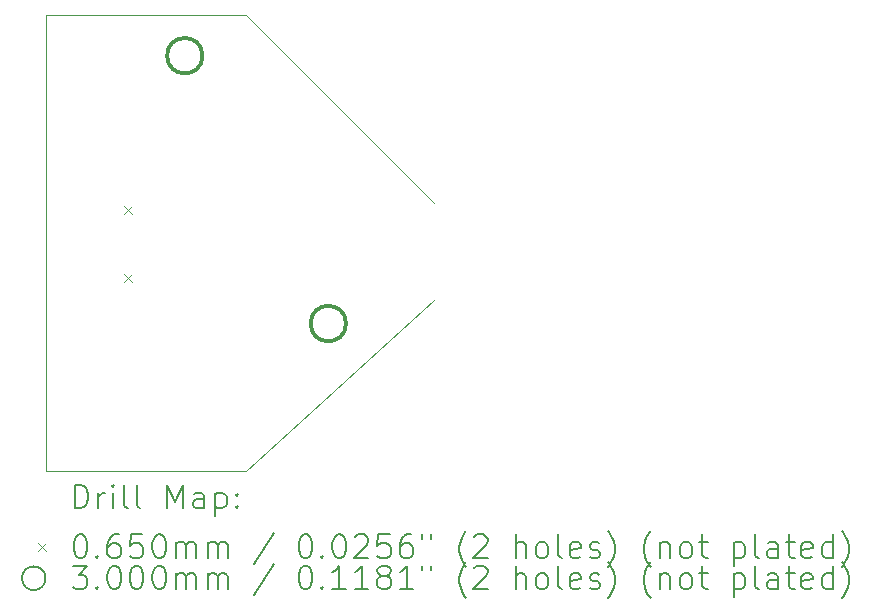
<source format=gbr>
%TF.GenerationSoftware,KiCad,Pcbnew,7.0.2-0*%
%TF.CreationDate,2023-04-27T21:18:24-05:00*%
%TF.ProjectId,usb_programmer,7573625f-7072-46f6-9772-616d6d65722e,rev?*%
%TF.SameCoordinates,Original*%
%TF.FileFunction,Drillmap*%
%TF.FilePolarity,Positive*%
%FSLAX45Y45*%
G04 Gerber Fmt 4.5, Leading zero omitted, Abs format (unit mm)*
G04 Created by KiCad (PCBNEW 7.0.2-0) date 2023-04-27 21:18:24*
%MOMM*%
%LPD*%
G01*
G04 APERTURE LIST*
%ADD10C,0.100000*%
%ADD11C,0.200000*%
%ADD12C,0.065000*%
%ADD13C,0.300000*%
G04 APERTURE END LIST*
D10*
X4103500Y-9616000D02*
X5696750Y-8169500D01*
X2415000Y-9617500D02*
X4103500Y-9616000D01*
X2415000Y-5757500D02*
X2415000Y-9617500D01*
X4103500Y-5755000D02*
X2415000Y-5757500D01*
X5698000Y-7349500D02*
X4103500Y-5755000D01*
D11*
D12*
X3076500Y-7373500D02*
X3141500Y-7438500D01*
X3141500Y-7373500D02*
X3076500Y-7438500D01*
X3076500Y-7951500D02*
X3141500Y-8016500D01*
X3141500Y-7951500D02*
X3076500Y-8016500D01*
D13*
X3739000Y-6102000D02*
G75*
G03*
X3739000Y-6102000I-150000J0D01*
G01*
X4954000Y-8370000D02*
G75*
G03*
X4954000Y-8370000I-150000J0D01*
G01*
D11*
X2657619Y-9935024D02*
X2657619Y-9735024D01*
X2657619Y-9735024D02*
X2705238Y-9735024D01*
X2705238Y-9735024D02*
X2733810Y-9744548D01*
X2733810Y-9744548D02*
X2752857Y-9763595D01*
X2752857Y-9763595D02*
X2762381Y-9782643D01*
X2762381Y-9782643D02*
X2771905Y-9820738D01*
X2771905Y-9820738D02*
X2771905Y-9849310D01*
X2771905Y-9849310D02*
X2762381Y-9887405D01*
X2762381Y-9887405D02*
X2752857Y-9906452D01*
X2752857Y-9906452D02*
X2733810Y-9925500D01*
X2733810Y-9925500D02*
X2705238Y-9935024D01*
X2705238Y-9935024D02*
X2657619Y-9935024D01*
X2857619Y-9935024D02*
X2857619Y-9801690D01*
X2857619Y-9839786D02*
X2867143Y-9820738D01*
X2867143Y-9820738D02*
X2876667Y-9811214D01*
X2876667Y-9811214D02*
X2895714Y-9801690D01*
X2895714Y-9801690D02*
X2914762Y-9801690D01*
X2981428Y-9935024D02*
X2981428Y-9801690D01*
X2981428Y-9735024D02*
X2971905Y-9744548D01*
X2971905Y-9744548D02*
X2981428Y-9754071D01*
X2981428Y-9754071D02*
X2990952Y-9744548D01*
X2990952Y-9744548D02*
X2981428Y-9735024D01*
X2981428Y-9735024D02*
X2981428Y-9754071D01*
X3105238Y-9935024D02*
X3086190Y-9925500D01*
X3086190Y-9925500D02*
X3076667Y-9906452D01*
X3076667Y-9906452D02*
X3076667Y-9735024D01*
X3210000Y-9935024D02*
X3190952Y-9925500D01*
X3190952Y-9925500D02*
X3181428Y-9906452D01*
X3181428Y-9906452D02*
X3181428Y-9735024D01*
X3438571Y-9935024D02*
X3438571Y-9735024D01*
X3438571Y-9735024D02*
X3505238Y-9877881D01*
X3505238Y-9877881D02*
X3571905Y-9735024D01*
X3571905Y-9735024D02*
X3571905Y-9935024D01*
X3752857Y-9935024D02*
X3752857Y-9830262D01*
X3752857Y-9830262D02*
X3743333Y-9811214D01*
X3743333Y-9811214D02*
X3724286Y-9801690D01*
X3724286Y-9801690D02*
X3686190Y-9801690D01*
X3686190Y-9801690D02*
X3667143Y-9811214D01*
X3752857Y-9925500D02*
X3733809Y-9935024D01*
X3733809Y-9935024D02*
X3686190Y-9935024D01*
X3686190Y-9935024D02*
X3667143Y-9925500D01*
X3667143Y-9925500D02*
X3657619Y-9906452D01*
X3657619Y-9906452D02*
X3657619Y-9887405D01*
X3657619Y-9887405D02*
X3667143Y-9868357D01*
X3667143Y-9868357D02*
X3686190Y-9858833D01*
X3686190Y-9858833D02*
X3733809Y-9858833D01*
X3733809Y-9858833D02*
X3752857Y-9849310D01*
X3848095Y-9801690D02*
X3848095Y-10001690D01*
X3848095Y-9811214D02*
X3867143Y-9801690D01*
X3867143Y-9801690D02*
X3905238Y-9801690D01*
X3905238Y-9801690D02*
X3924286Y-9811214D01*
X3924286Y-9811214D02*
X3933809Y-9820738D01*
X3933809Y-9820738D02*
X3943333Y-9839786D01*
X3943333Y-9839786D02*
X3943333Y-9896929D01*
X3943333Y-9896929D02*
X3933809Y-9915976D01*
X3933809Y-9915976D02*
X3924286Y-9925500D01*
X3924286Y-9925500D02*
X3905238Y-9935024D01*
X3905238Y-9935024D02*
X3867143Y-9935024D01*
X3867143Y-9935024D02*
X3848095Y-9925500D01*
X4029048Y-9915976D02*
X4038571Y-9925500D01*
X4038571Y-9925500D02*
X4029048Y-9935024D01*
X4029048Y-9935024D02*
X4019524Y-9925500D01*
X4019524Y-9925500D02*
X4029048Y-9915976D01*
X4029048Y-9915976D02*
X4029048Y-9935024D01*
X4029048Y-9811214D02*
X4038571Y-9820738D01*
X4038571Y-9820738D02*
X4029048Y-9830262D01*
X4029048Y-9830262D02*
X4019524Y-9820738D01*
X4019524Y-9820738D02*
X4029048Y-9811214D01*
X4029048Y-9811214D02*
X4029048Y-9830262D01*
D12*
X2345000Y-10230000D02*
X2410000Y-10295000D01*
X2410000Y-10230000D02*
X2345000Y-10295000D01*
D11*
X2695714Y-10155024D02*
X2714762Y-10155024D01*
X2714762Y-10155024D02*
X2733810Y-10164548D01*
X2733810Y-10164548D02*
X2743333Y-10174071D01*
X2743333Y-10174071D02*
X2752857Y-10193119D01*
X2752857Y-10193119D02*
X2762381Y-10231214D01*
X2762381Y-10231214D02*
X2762381Y-10278833D01*
X2762381Y-10278833D02*
X2752857Y-10316929D01*
X2752857Y-10316929D02*
X2743333Y-10335976D01*
X2743333Y-10335976D02*
X2733810Y-10345500D01*
X2733810Y-10345500D02*
X2714762Y-10355024D01*
X2714762Y-10355024D02*
X2695714Y-10355024D01*
X2695714Y-10355024D02*
X2676667Y-10345500D01*
X2676667Y-10345500D02*
X2667143Y-10335976D01*
X2667143Y-10335976D02*
X2657619Y-10316929D01*
X2657619Y-10316929D02*
X2648095Y-10278833D01*
X2648095Y-10278833D02*
X2648095Y-10231214D01*
X2648095Y-10231214D02*
X2657619Y-10193119D01*
X2657619Y-10193119D02*
X2667143Y-10174071D01*
X2667143Y-10174071D02*
X2676667Y-10164548D01*
X2676667Y-10164548D02*
X2695714Y-10155024D01*
X2848095Y-10335976D02*
X2857619Y-10345500D01*
X2857619Y-10345500D02*
X2848095Y-10355024D01*
X2848095Y-10355024D02*
X2838571Y-10345500D01*
X2838571Y-10345500D02*
X2848095Y-10335976D01*
X2848095Y-10335976D02*
X2848095Y-10355024D01*
X3029048Y-10155024D02*
X2990952Y-10155024D01*
X2990952Y-10155024D02*
X2971905Y-10164548D01*
X2971905Y-10164548D02*
X2962381Y-10174071D01*
X2962381Y-10174071D02*
X2943333Y-10202643D01*
X2943333Y-10202643D02*
X2933809Y-10240738D01*
X2933809Y-10240738D02*
X2933809Y-10316929D01*
X2933809Y-10316929D02*
X2943333Y-10335976D01*
X2943333Y-10335976D02*
X2952857Y-10345500D01*
X2952857Y-10345500D02*
X2971905Y-10355024D01*
X2971905Y-10355024D02*
X3010000Y-10355024D01*
X3010000Y-10355024D02*
X3029048Y-10345500D01*
X3029048Y-10345500D02*
X3038571Y-10335976D01*
X3038571Y-10335976D02*
X3048095Y-10316929D01*
X3048095Y-10316929D02*
X3048095Y-10269310D01*
X3048095Y-10269310D02*
X3038571Y-10250262D01*
X3038571Y-10250262D02*
X3029048Y-10240738D01*
X3029048Y-10240738D02*
X3010000Y-10231214D01*
X3010000Y-10231214D02*
X2971905Y-10231214D01*
X2971905Y-10231214D02*
X2952857Y-10240738D01*
X2952857Y-10240738D02*
X2943333Y-10250262D01*
X2943333Y-10250262D02*
X2933809Y-10269310D01*
X3229048Y-10155024D02*
X3133809Y-10155024D01*
X3133809Y-10155024D02*
X3124286Y-10250262D01*
X3124286Y-10250262D02*
X3133809Y-10240738D01*
X3133809Y-10240738D02*
X3152857Y-10231214D01*
X3152857Y-10231214D02*
X3200476Y-10231214D01*
X3200476Y-10231214D02*
X3219524Y-10240738D01*
X3219524Y-10240738D02*
X3229048Y-10250262D01*
X3229048Y-10250262D02*
X3238571Y-10269310D01*
X3238571Y-10269310D02*
X3238571Y-10316929D01*
X3238571Y-10316929D02*
X3229048Y-10335976D01*
X3229048Y-10335976D02*
X3219524Y-10345500D01*
X3219524Y-10345500D02*
X3200476Y-10355024D01*
X3200476Y-10355024D02*
X3152857Y-10355024D01*
X3152857Y-10355024D02*
X3133809Y-10345500D01*
X3133809Y-10345500D02*
X3124286Y-10335976D01*
X3362381Y-10155024D02*
X3381429Y-10155024D01*
X3381429Y-10155024D02*
X3400476Y-10164548D01*
X3400476Y-10164548D02*
X3410000Y-10174071D01*
X3410000Y-10174071D02*
X3419524Y-10193119D01*
X3419524Y-10193119D02*
X3429048Y-10231214D01*
X3429048Y-10231214D02*
X3429048Y-10278833D01*
X3429048Y-10278833D02*
X3419524Y-10316929D01*
X3419524Y-10316929D02*
X3410000Y-10335976D01*
X3410000Y-10335976D02*
X3400476Y-10345500D01*
X3400476Y-10345500D02*
X3381429Y-10355024D01*
X3381429Y-10355024D02*
X3362381Y-10355024D01*
X3362381Y-10355024D02*
X3343333Y-10345500D01*
X3343333Y-10345500D02*
X3333809Y-10335976D01*
X3333809Y-10335976D02*
X3324286Y-10316929D01*
X3324286Y-10316929D02*
X3314762Y-10278833D01*
X3314762Y-10278833D02*
X3314762Y-10231214D01*
X3314762Y-10231214D02*
X3324286Y-10193119D01*
X3324286Y-10193119D02*
X3333809Y-10174071D01*
X3333809Y-10174071D02*
X3343333Y-10164548D01*
X3343333Y-10164548D02*
X3362381Y-10155024D01*
X3514762Y-10355024D02*
X3514762Y-10221690D01*
X3514762Y-10240738D02*
X3524286Y-10231214D01*
X3524286Y-10231214D02*
X3543333Y-10221690D01*
X3543333Y-10221690D02*
X3571905Y-10221690D01*
X3571905Y-10221690D02*
X3590952Y-10231214D01*
X3590952Y-10231214D02*
X3600476Y-10250262D01*
X3600476Y-10250262D02*
X3600476Y-10355024D01*
X3600476Y-10250262D02*
X3610000Y-10231214D01*
X3610000Y-10231214D02*
X3629048Y-10221690D01*
X3629048Y-10221690D02*
X3657619Y-10221690D01*
X3657619Y-10221690D02*
X3676667Y-10231214D01*
X3676667Y-10231214D02*
X3686190Y-10250262D01*
X3686190Y-10250262D02*
X3686190Y-10355024D01*
X3781429Y-10355024D02*
X3781429Y-10221690D01*
X3781429Y-10240738D02*
X3790952Y-10231214D01*
X3790952Y-10231214D02*
X3810000Y-10221690D01*
X3810000Y-10221690D02*
X3838571Y-10221690D01*
X3838571Y-10221690D02*
X3857619Y-10231214D01*
X3857619Y-10231214D02*
X3867143Y-10250262D01*
X3867143Y-10250262D02*
X3867143Y-10355024D01*
X3867143Y-10250262D02*
X3876667Y-10231214D01*
X3876667Y-10231214D02*
X3895714Y-10221690D01*
X3895714Y-10221690D02*
X3924286Y-10221690D01*
X3924286Y-10221690D02*
X3943333Y-10231214D01*
X3943333Y-10231214D02*
X3952857Y-10250262D01*
X3952857Y-10250262D02*
X3952857Y-10355024D01*
X4343333Y-10145500D02*
X4171905Y-10402643D01*
X4600476Y-10155024D02*
X4619524Y-10155024D01*
X4619524Y-10155024D02*
X4638572Y-10164548D01*
X4638572Y-10164548D02*
X4648095Y-10174071D01*
X4648095Y-10174071D02*
X4657619Y-10193119D01*
X4657619Y-10193119D02*
X4667143Y-10231214D01*
X4667143Y-10231214D02*
X4667143Y-10278833D01*
X4667143Y-10278833D02*
X4657619Y-10316929D01*
X4657619Y-10316929D02*
X4648095Y-10335976D01*
X4648095Y-10335976D02*
X4638572Y-10345500D01*
X4638572Y-10345500D02*
X4619524Y-10355024D01*
X4619524Y-10355024D02*
X4600476Y-10355024D01*
X4600476Y-10355024D02*
X4581429Y-10345500D01*
X4581429Y-10345500D02*
X4571905Y-10335976D01*
X4571905Y-10335976D02*
X4562381Y-10316929D01*
X4562381Y-10316929D02*
X4552857Y-10278833D01*
X4552857Y-10278833D02*
X4552857Y-10231214D01*
X4552857Y-10231214D02*
X4562381Y-10193119D01*
X4562381Y-10193119D02*
X4571905Y-10174071D01*
X4571905Y-10174071D02*
X4581429Y-10164548D01*
X4581429Y-10164548D02*
X4600476Y-10155024D01*
X4752857Y-10335976D02*
X4762381Y-10345500D01*
X4762381Y-10345500D02*
X4752857Y-10355024D01*
X4752857Y-10355024D02*
X4743334Y-10345500D01*
X4743334Y-10345500D02*
X4752857Y-10335976D01*
X4752857Y-10335976D02*
X4752857Y-10355024D01*
X4886191Y-10155024D02*
X4905238Y-10155024D01*
X4905238Y-10155024D02*
X4924286Y-10164548D01*
X4924286Y-10164548D02*
X4933810Y-10174071D01*
X4933810Y-10174071D02*
X4943334Y-10193119D01*
X4943334Y-10193119D02*
X4952857Y-10231214D01*
X4952857Y-10231214D02*
X4952857Y-10278833D01*
X4952857Y-10278833D02*
X4943334Y-10316929D01*
X4943334Y-10316929D02*
X4933810Y-10335976D01*
X4933810Y-10335976D02*
X4924286Y-10345500D01*
X4924286Y-10345500D02*
X4905238Y-10355024D01*
X4905238Y-10355024D02*
X4886191Y-10355024D01*
X4886191Y-10355024D02*
X4867143Y-10345500D01*
X4867143Y-10345500D02*
X4857619Y-10335976D01*
X4857619Y-10335976D02*
X4848095Y-10316929D01*
X4848095Y-10316929D02*
X4838572Y-10278833D01*
X4838572Y-10278833D02*
X4838572Y-10231214D01*
X4838572Y-10231214D02*
X4848095Y-10193119D01*
X4848095Y-10193119D02*
X4857619Y-10174071D01*
X4857619Y-10174071D02*
X4867143Y-10164548D01*
X4867143Y-10164548D02*
X4886191Y-10155024D01*
X5029048Y-10174071D02*
X5038572Y-10164548D01*
X5038572Y-10164548D02*
X5057619Y-10155024D01*
X5057619Y-10155024D02*
X5105238Y-10155024D01*
X5105238Y-10155024D02*
X5124286Y-10164548D01*
X5124286Y-10164548D02*
X5133810Y-10174071D01*
X5133810Y-10174071D02*
X5143334Y-10193119D01*
X5143334Y-10193119D02*
X5143334Y-10212167D01*
X5143334Y-10212167D02*
X5133810Y-10240738D01*
X5133810Y-10240738D02*
X5019524Y-10355024D01*
X5019524Y-10355024D02*
X5143334Y-10355024D01*
X5324286Y-10155024D02*
X5229048Y-10155024D01*
X5229048Y-10155024D02*
X5219524Y-10250262D01*
X5219524Y-10250262D02*
X5229048Y-10240738D01*
X5229048Y-10240738D02*
X5248095Y-10231214D01*
X5248095Y-10231214D02*
X5295715Y-10231214D01*
X5295715Y-10231214D02*
X5314762Y-10240738D01*
X5314762Y-10240738D02*
X5324286Y-10250262D01*
X5324286Y-10250262D02*
X5333810Y-10269310D01*
X5333810Y-10269310D02*
X5333810Y-10316929D01*
X5333810Y-10316929D02*
X5324286Y-10335976D01*
X5324286Y-10335976D02*
X5314762Y-10345500D01*
X5314762Y-10345500D02*
X5295715Y-10355024D01*
X5295715Y-10355024D02*
X5248095Y-10355024D01*
X5248095Y-10355024D02*
X5229048Y-10345500D01*
X5229048Y-10345500D02*
X5219524Y-10335976D01*
X5505238Y-10155024D02*
X5467143Y-10155024D01*
X5467143Y-10155024D02*
X5448095Y-10164548D01*
X5448095Y-10164548D02*
X5438572Y-10174071D01*
X5438572Y-10174071D02*
X5419524Y-10202643D01*
X5419524Y-10202643D02*
X5410000Y-10240738D01*
X5410000Y-10240738D02*
X5410000Y-10316929D01*
X5410000Y-10316929D02*
X5419524Y-10335976D01*
X5419524Y-10335976D02*
X5429048Y-10345500D01*
X5429048Y-10345500D02*
X5448095Y-10355024D01*
X5448095Y-10355024D02*
X5486191Y-10355024D01*
X5486191Y-10355024D02*
X5505238Y-10345500D01*
X5505238Y-10345500D02*
X5514762Y-10335976D01*
X5514762Y-10335976D02*
X5524286Y-10316929D01*
X5524286Y-10316929D02*
X5524286Y-10269310D01*
X5524286Y-10269310D02*
X5514762Y-10250262D01*
X5514762Y-10250262D02*
X5505238Y-10240738D01*
X5505238Y-10240738D02*
X5486191Y-10231214D01*
X5486191Y-10231214D02*
X5448095Y-10231214D01*
X5448095Y-10231214D02*
X5429048Y-10240738D01*
X5429048Y-10240738D02*
X5419524Y-10250262D01*
X5419524Y-10250262D02*
X5410000Y-10269310D01*
X5600476Y-10155024D02*
X5600476Y-10193119D01*
X5676667Y-10155024D02*
X5676667Y-10193119D01*
X5971905Y-10431214D02*
X5962381Y-10421690D01*
X5962381Y-10421690D02*
X5943334Y-10393119D01*
X5943334Y-10393119D02*
X5933810Y-10374071D01*
X5933810Y-10374071D02*
X5924286Y-10345500D01*
X5924286Y-10345500D02*
X5914762Y-10297881D01*
X5914762Y-10297881D02*
X5914762Y-10259786D01*
X5914762Y-10259786D02*
X5924286Y-10212167D01*
X5924286Y-10212167D02*
X5933810Y-10183595D01*
X5933810Y-10183595D02*
X5943334Y-10164548D01*
X5943334Y-10164548D02*
X5962381Y-10135976D01*
X5962381Y-10135976D02*
X5971905Y-10126452D01*
X6038572Y-10174071D02*
X6048095Y-10164548D01*
X6048095Y-10164548D02*
X6067143Y-10155024D01*
X6067143Y-10155024D02*
X6114762Y-10155024D01*
X6114762Y-10155024D02*
X6133810Y-10164548D01*
X6133810Y-10164548D02*
X6143334Y-10174071D01*
X6143334Y-10174071D02*
X6152857Y-10193119D01*
X6152857Y-10193119D02*
X6152857Y-10212167D01*
X6152857Y-10212167D02*
X6143334Y-10240738D01*
X6143334Y-10240738D02*
X6029048Y-10355024D01*
X6029048Y-10355024D02*
X6152857Y-10355024D01*
X6390953Y-10355024D02*
X6390953Y-10155024D01*
X6476667Y-10355024D02*
X6476667Y-10250262D01*
X6476667Y-10250262D02*
X6467143Y-10231214D01*
X6467143Y-10231214D02*
X6448096Y-10221690D01*
X6448096Y-10221690D02*
X6419524Y-10221690D01*
X6419524Y-10221690D02*
X6400476Y-10231214D01*
X6400476Y-10231214D02*
X6390953Y-10240738D01*
X6600476Y-10355024D02*
X6581429Y-10345500D01*
X6581429Y-10345500D02*
X6571905Y-10335976D01*
X6571905Y-10335976D02*
X6562381Y-10316929D01*
X6562381Y-10316929D02*
X6562381Y-10259786D01*
X6562381Y-10259786D02*
X6571905Y-10240738D01*
X6571905Y-10240738D02*
X6581429Y-10231214D01*
X6581429Y-10231214D02*
X6600476Y-10221690D01*
X6600476Y-10221690D02*
X6629048Y-10221690D01*
X6629048Y-10221690D02*
X6648096Y-10231214D01*
X6648096Y-10231214D02*
X6657619Y-10240738D01*
X6657619Y-10240738D02*
X6667143Y-10259786D01*
X6667143Y-10259786D02*
X6667143Y-10316929D01*
X6667143Y-10316929D02*
X6657619Y-10335976D01*
X6657619Y-10335976D02*
X6648096Y-10345500D01*
X6648096Y-10345500D02*
X6629048Y-10355024D01*
X6629048Y-10355024D02*
X6600476Y-10355024D01*
X6781429Y-10355024D02*
X6762381Y-10345500D01*
X6762381Y-10345500D02*
X6752857Y-10326452D01*
X6752857Y-10326452D02*
X6752857Y-10155024D01*
X6933810Y-10345500D02*
X6914762Y-10355024D01*
X6914762Y-10355024D02*
X6876667Y-10355024D01*
X6876667Y-10355024D02*
X6857619Y-10345500D01*
X6857619Y-10345500D02*
X6848096Y-10326452D01*
X6848096Y-10326452D02*
X6848096Y-10250262D01*
X6848096Y-10250262D02*
X6857619Y-10231214D01*
X6857619Y-10231214D02*
X6876667Y-10221690D01*
X6876667Y-10221690D02*
X6914762Y-10221690D01*
X6914762Y-10221690D02*
X6933810Y-10231214D01*
X6933810Y-10231214D02*
X6943334Y-10250262D01*
X6943334Y-10250262D02*
X6943334Y-10269310D01*
X6943334Y-10269310D02*
X6848096Y-10288357D01*
X7019524Y-10345500D02*
X7038572Y-10355024D01*
X7038572Y-10355024D02*
X7076667Y-10355024D01*
X7076667Y-10355024D02*
X7095715Y-10345500D01*
X7095715Y-10345500D02*
X7105238Y-10326452D01*
X7105238Y-10326452D02*
X7105238Y-10316929D01*
X7105238Y-10316929D02*
X7095715Y-10297881D01*
X7095715Y-10297881D02*
X7076667Y-10288357D01*
X7076667Y-10288357D02*
X7048096Y-10288357D01*
X7048096Y-10288357D02*
X7029048Y-10278833D01*
X7029048Y-10278833D02*
X7019524Y-10259786D01*
X7019524Y-10259786D02*
X7019524Y-10250262D01*
X7019524Y-10250262D02*
X7029048Y-10231214D01*
X7029048Y-10231214D02*
X7048096Y-10221690D01*
X7048096Y-10221690D02*
X7076667Y-10221690D01*
X7076667Y-10221690D02*
X7095715Y-10231214D01*
X7171905Y-10431214D02*
X7181429Y-10421690D01*
X7181429Y-10421690D02*
X7200477Y-10393119D01*
X7200477Y-10393119D02*
X7210000Y-10374071D01*
X7210000Y-10374071D02*
X7219524Y-10345500D01*
X7219524Y-10345500D02*
X7229048Y-10297881D01*
X7229048Y-10297881D02*
X7229048Y-10259786D01*
X7229048Y-10259786D02*
X7219524Y-10212167D01*
X7219524Y-10212167D02*
X7210000Y-10183595D01*
X7210000Y-10183595D02*
X7200477Y-10164548D01*
X7200477Y-10164548D02*
X7181429Y-10135976D01*
X7181429Y-10135976D02*
X7171905Y-10126452D01*
X7533810Y-10431214D02*
X7524286Y-10421690D01*
X7524286Y-10421690D02*
X7505238Y-10393119D01*
X7505238Y-10393119D02*
X7495715Y-10374071D01*
X7495715Y-10374071D02*
X7486191Y-10345500D01*
X7486191Y-10345500D02*
X7476667Y-10297881D01*
X7476667Y-10297881D02*
X7476667Y-10259786D01*
X7476667Y-10259786D02*
X7486191Y-10212167D01*
X7486191Y-10212167D02*
X7495715Y-10183595D01*
X7495715Y-10183595D02*
X7505238Y-10164548D01*
X7505238Y-10164548D02*
X7524286Y-10135976D01*
X7524286Y-10135976D02*
X7533810Y-10126452D01*
X7610000Y-10221690D02*
X7610000Y-10355024D01*
X7610000Y-10240738D02*
X7619524Y-10231214D01*
X7619524Y-10231214D02*
X7638572Y-10221690D01*
X7638572Y-10221690D02*
X7667143Y-10221690D01*
X7667143Y-10221690D02*
X7686191Y-10231214D01*
X7686191Y-10231214D02*
X7695715Y-10250262D01*
X7695715Y-10250262D02*
X7695715Y-10355024D01*
X7819524Y-10355024D02*
X7800477Y-10345500D01*
X7800477Y-10345500D02*
X7790953Y-10335976D01*
X7790953Y-10335976D02*
X7781429Y-10316929D01*
X7781429Y-10316929D02*
X7781429Y-10259786D01*
X7781429Y-10259786D02*
X7790953Y-10240738D01*
X7790953Y-10240738D02*
X7800477Y-10231214D01*
X7800477Y-10231214D02*
X7819524Y-10221690D01*
X7819524Y-10221690D02*
X7848096Y-10221690D01*
X7848096Y-10221690D02*
X7867143Y-10231214D01*
X7867143Y-10231214D02*
X7876667Y-10240738D01*
X7876667Y-10240738D02*
X7886191Y-10259786D01*
X7886191Y-10259786D02*
X7886191Y-10316929D01*
X7886191Y-10316929D02*
X7876667Y-10335976D01*
X7876667Y-10335976D02*
X7867143Y-10345500D01*
X7867143Y-10345500D02*
X7848096Y-10355024D01*
X7848096Y-10355024D02*
X7819524Y-10355024D01*
X7943334Y-10221690D02*
X8019524Y-10221690D01*
X7971905Y-10155024D02*
X7971905Y-10326452D01*
X7971905Y-10326452D02*
X7981429Y-10345500D01*
X7981429Y-10345500D02*
X8000477Y-10355024D01*
X8000477Y-10355024D02*
X8019524Y-10355024D01*
X8238572Y-10221690D02*
X8238572Y-10421690D01*
X8238572Y-10231214D02*
X8257619Y-10221690D01*
X8257619Y-10221690D02*
X8295715Y-10221690D01*
X8295715Y-10221690D02*
X8314762Y-10231214D01*
X8314762Y-10231214D02*
X8324286Y-10240738D01*
X8324286Y-10240738D02*
X8333810Y-10259786D01*
X8333810Y-10259786D02*
X8333810Y-10316929D01*
X8333810Y-10316929D02*
X8324286Y-10335976D01*
X8324286Y-10335976D02*
X8314762Y-10345500D01*
X8314762Y-10345500D02*
X8295715Y-10355024D01*
X8295715Y-10355024D02*
X8257619Y-10355024D01*
X8257619Y-10355024D02*
X8238572Y-10345500D01*
X8448096Y-10355024D02*
X8429048Y-10345500D01*
X8429048Y-10345500D02*
X8419524Y-10326452D01*
X8419524Y-10326452D02*
X8419524Y-10155024D01*
X8610001Y-10355024D02*
X8610001Y-10250262D01*
X8610001Y-10250262D02*
X8600477Y-10231214D01*
X8600477Y-10231214D02*
X8581429Y-10221690D01*
X8581429Y-10221690D02*
X8543334Y-10221690D01*
X8543334Y-10221690D02*
X8524286Y-10231214D01*
X8610001Y-10345500D02*
X8590953Y-10355024D01*
X8590953Y-10355024D02*
X8543334Y-10355024D01*
X8543334Y-10355024D02*
X8524286Y-10345500D01*
X8524286Y-10345500D02*
X8514762Y-10326452D01*
X8514762Y-10326452D02*
X8514762Y-10307405D01*
X8514762Y-10307405D02*
X8524286Y-10288357D01*
X8524286Y-10288357D02*
X8543334Y-10278833D01*
X8543334Y-10278833D02*
X8590953Y-10278833D01*
X8590953Y-10278833D02*
X8610001Y-10269310D01*
X8676667Y-10221690D02*
X8752858Y-10221690D01*
X8705239Y-10155024D02*
X8705239Y-10326452D01*
X8705239Y-10326452D02*
X8714762Y-10345500D01*
X8714762Y-10345500D02*
X8733810Y-10355024D01*
X8733810Y-10355024D02*
X8752858Y-10355024D01*
X8895715Y-10345500D02*
X8876667Y-10355024D01*
X8876667Y-10355024D02*
X8838572Y-10355024D01*
X8838572Y-10355024D02*
X8819524Y-10345500D01*
X8819524Y-10345500D02*
X8810001Y-10326452D01*
X8810001Y-10326452D02*
X8810001Y-10250262D01*
X8810001Y-10250262D02*
X8819524Y-10231214D01*
X8819524Y-10231214D02*
X8838572Y-10221690D01*
X8838572Y-10221690D02*
X8876667Y-10221690D01*
X8876667Y-10221690D02*
X8895715Y-10231214D01*
X8895715Y-10231214D02*
X8905239Y-10250262D01*
X8905239Y-10250262D02*
X8905239Y-10269310D01*
X8905239Y-10269310D02*
X8810001Y-10288357D01*
X9076667Y-10355024D02*
X9076667Y-10155024D01*
X9076667Y-10345500D02*
X9057620Y-10355024D01*
X9057620Y-10355024D02*
X9019524Y-10355024D01*
X9019524Y-10355024D02*
X9000477Y-10345500D01*
X9000477Y-10345500D02*
X8990953Y-10335976D01*
X8990953Y-10335976D02*
X8981429Y-10316929D01*
X8981429Y-10316929D02*
X8981429Y-10259786D01*
X8981429Y-10259786D02*
X8990953Y-10240738D01*
X8990953Y-10240738D02*
X9000477Y-10231214D01*
X9000477Y-10231214D02*
X9019524Y-10221690D01*
X9019524Y-10221690D02*
X9057620Y-10221690D01*
X9057620Y-10221690D02*
X9076667Y-10231214D01*
X9152858Y-10431214D02*
X9162382Y-10421690D01*
X9162382Y-10421690D02*
X9181429Y-10393119D01*
X9181429Y-10393119D02*
X9190953Y-10374071D01*
X9190953Y-10374071D02*
X9200477Y-10345500D01*
X9200477Y-10345500D02*
X9210001Y-10297881D01*
X9210001Y-10297881D02*
X9210001Y-10259786D01*
X9210001Y-10259786D02*
X9200477Y-10212167D01*
X9200477Y-10212167D02*
X9190953Y-10183595D01*
X9190953Y-10183595D02*
X9181429Y-10164548D01*
X9181429Y-10164548D02*
X9162382Y-10135976D01*
X9162382Y-10135976D02*
X9152858Y-10126452D01*
X2410000Y-10526500D02*
G75*
G03*
X2410000Y-10526500I-100000J0D01*
G01*
X2638571Y-10419024D02*
X2762381Y-10419024D01*
X2762381Y-10419024D02*
X2695714Y-10495214D01*
X2695714Y-10495214D02*
X2724286Y-10495214D01*
X2724286Y-10495214D02*
X2743333Y-10504738D01*
X2743333Y-10504738D02*
X2752857Y-10514262D01*
X2752857Y-10514262D02*
X2762381Y-10533310D01*
X2762381Y-10533310D02*
X2762381Y-10580929D01*
X2762381Y-10580929D02*
X2752857Y-10599976D01*
X2752857Y-10599976D02*
X2743333Y-10609500D01*
X2743333Y-10609500D02*
X2724286Y-10619024D01*
X2724286Y-10619024D02*
X2667143Y-10619024D01*
X2667143Y-10619024D02*
X2648095Y-10609500D01*
X2648095Y-10609500D02*
X2638571Y-10599976D01*
X2848095Y-10599976D02*
X2857619Y-10609500D01*
X2857619Y-10609500D02*
X2848095Y-10619024D01*
X2848095Y-10619024D02*
X2838571Y-10609500D01*
X2838571Y-10609500D02*
X2848095Y-10599976D01*
X2848095Y-10599976D02*
X2848095Y-10619024D01*
X2981428Y-10419024D02*
X3000476Y-10419024D01*
X3000476Y-10419024D02*
X3019524Y-10428548D01*
X3019524Y-10428548D02*
X3029048Y-10438071D01*
X3029048Y-10438071D02*
X3038571Y-10457119D01*
X3038571Y-10457119D02*
X3048095Y-10495214D01*
X3048095Y-10495214D02*
X3048095Y-10542833D01*
X3048095Y-10542833D02*
X3038571Y-10580929D01*
X3038571Y-10580929D02*
X3029048Y-10599976D01*
X3029048Y-10599976D02*
X3019524Y-10609500D01*
X3019524Y-10609500D02*
X3000476Y-10619024D01*
X3000476Y-10619024D02*
X2981428Y-10619024D01*
X2981428Y-10619024D02*
X2962381Y-10609500D01*
X2962381Y-10609500D02*
X2952857Y-10599976D01*
X2952857Y-10599976D02*
X2943333Y-10580929D01*
X2943333Y-10580929D02*
X2933809Y-10542833D01*
X2933809Y-10542833D02*
X2933809Y-10495214D01*
X2933809Y-10495214D02*
X2943333Y-10457119D01*
X2943333Y-10457119D02*
X2952857Y-10438071D01*
X2952857Y-10438071D02*
X2962381Y-10428548D01*
X2962381Y-10428548D02*
X2981428Y-10419024D01*
X3171905Y-10419024D02*
X3190952Y-10419024D01*
X3190952Y-10419024D02*
X3210000Y-10428548D01*
X3210000Y-10428548D02*
X3219524Y-10438071D01*
X3219524Y-10438071D02*
X3229048Y-10457119D01*
X3229048Y-10457119D02*
X3238571Y-10495214D01*
X3238571Y-10495214D02*
X3238571Y-10542833D01*
X3238571Y-10542833D02*
X3229048Y-10580929D01*
X3229048Y-10580929D02*
X3219524Y-10599976D01*
X3219524Y-10599976D02*
X3210000Y-10609500D01*
X3210000Y-10609500D02*
X3190952Y-10619024D01*
X3190952Y-10619024D02*
X3171905Y-10619024D01*
X3171905Y-10619024D02*
X3152857Y-10609500D01*
X3152857Y-10609500D02*
X3143333Y-10599976D01*
X3143333Y-10599976D02*
X3133809Y-10580929D01*
X3133809Y-10580929D02*
X3124286Y-10542833D01*
X3124286Y-10542833D02*
X3124286Y-10495214D01*
X3124286Y-10495214D02*
X3133809Y-10457119D01*
X3133809Y-10457119D02*
X3143333Y-10438071D01*
X3143333Y-10438071D02*
X3152857Y-10428548D01*
X3152857Y-10428548D02*
X3171905Y-10419024D01*
X3362381Y-10419024D02*
X3381429Y-10419024D01*
X3381429Y-10419024D02*
X3400476Y-10428548D01*
X3400476Y-10428548D02*
X3410000Y-10438071D01*
X3410000Y-10438071D02*
X3419524Y-10457119D01*
X3419524Y-10457119D02*
X3429048Y-10495214D01*
X3429048Y-10495214D02*
X3429048Y-10542833D01*
X3429048Y-10542833D02*
X3419524Y-10580929D01*
X3419524Y-10580929D02*
X3410000Y-10599976D01*
X3410000Y-10599976D02*
X3400476Y-10609500D01*
X3400476Y-10609500D02*
X3381429Y-10619024D01*
X3381429Y-10619024D02*
X3362381Y-10619024D01*
X3362381Y-10619024D02*
X3343333Y-10609500D01*
X3343333Y-10609500D02*
X3333809Y-10599976D01*
X3333809Y-10599976D02*
X3324286Y-10580929D01*
X3324286Y-10580929D02*
X3314762Y-10542833D01*
X3314762Y-10542833D02*
X3314762Y-10495214D01*
X3314762Y-10495214D02*
X3324286Y-10457119D01*
X3324286Y-10457119D02*
X3333809Y-10438071D01*
X3333809Y-10438071D02*
X3343333Y-10428548D01*
X3343333Y-10428548D02*
X3362381Y-10419024D01*
X3514762Y-10619024D02*
X3514762Y-10485690D01*
X3514762Y-10504738D02*
X3524286Y-10495214D01*
X3524286Y-10495214D02*
X3543333Y-10485690D01*
X3543333Y-10485690D02*
X3571905Y-10485690D01*
X3571905Y-10485690D02*
X3590952Y-10495214D01*
X3590952Y-10495214D02*
X3600476Y-10514262D01*
X3600476Y-10514262D02*
X3600476Y-10619024D01*
X3600476Y-10514262D02*
X3610000Y-10495214D01*
X3610000Y-10495214D02*
X3629048Y-10485690D01*
X3629048Y-10485690D02*
X3657619Y-10485690D01*
X3657619Y-10485690D02*
X3676667Y-10495214D01*
X3676667Y-10495214D02*
X3686190Y-10514262D01*
X3686190Y-10514262D02*
X3686190Y-10619024D01*
X3781429Y-10619024D02*
X3781429Y-10485690D01*
X3781429Y-10504738D02*
X3790952Y-10495214D01*
X3790952Y-10495214D02*
X3810000Y-10485690D01*
X3810000Y-10485690D02*
X3838571Y-10485690D01*
X3838571Y-10485690D02*
X3857619Y-10495214D01*
X3857619Y-10495214D02*
X3867143Y-10514262D01*
X3867143Y-10514262D02*
X3867143Y-10619024D01*
X3867143Y-10514262D02*
X3876667Y-10495214D01*
X3876667Y-10495214D02*
X3895714Y-10485690D01*
X3895714Y-10485690D02*
X3924286Y-10485690D01*
X3924286Y-10485690D02*
X3943333Y-10495214D01*
X3943333Y-10495214D02*
X3952857Y-10514262D01*
X3952857Y-10514262D02*
X3952857Y-10619024D01*
X4343333Y-10409500D02*
X4171905Y-10666643D01*
X4600476Y-10419024D02*
X4619524Y-10419024D01*
X4619524Y-10419024D02*
X4638572Y-10428548D01*
X4638572Y-10428548D02*
X4648095Y-10438071D01*
X4648095Y-10438071D02*
X4657619Y-10457119D01*
X4657619Y-10457119D02*
X4667143Y-10495214D01*
X4667143Y-10495214D02*
X4667143Y-10542833D01*
X4667143Y-10542833D02*
X4657619Y-10580929D01*
X4657619Y-10580929D02*
X4648095Y-10599976D01*
X4648095Y-10599976D02*
X4638572Y-10609500D01*
X4638572Y-10609500D02*
X4619524Y-10619024D01*
X4619524Y-10619024D02*
X4600476Y-10619024D01*
X4600476Y-10619024D02*
X4581429Y-10609500D01*
X4581429Y-10609500D02*
X4571905Y-10599976D01*
X4571905Y-10599976D02*
X4562381Y-10580929D01*
X4562381Y-10580929D02*
X4552857Y-10542833D01*
X4552857Y-10542833D02*
X4552857Y-10495214D01*
X4552857Y-10495214D02*
X4562381Y-10457119D01*
X4562381Y-10457119D02*
X4571905Y-10438071D01*
X4571905Y-10438071D02*
X4581429Y-10428548D01*
X4581429Y-10428548D02*
X4600476Y-10419024D01*
X4752857Y-10599976D02*
X4762381Y-10609500D01*
X4762381Y-10609500D02*
X4752857Y-10619024D01*
X4752857Y-10619024D02*
X4743334Y-10609500D01*
X4743334Y-10609500D02*
X4752857Y-10599976D01*
X4752857Y-10599976D02*
X4752857Y-10619024D01*
X4952857Y-10619024D02*
X4838572Y-10619024D01*
X4895714Y-10619024D02*
X4895714Y-10419024D01*
X4895714Y-10419024D02*
X4876667Y-10447595D01*
X4876667Y-10447595D02*
X4857619Y-10466643D01*
X4857619Y-10466643D02*
X4838572Y-10476167D01*
X5143334Y-10619024D02*
X5029048Y-10619024D01*
X5086191Y-10619024D02*
X5086191Y-10419024D01*
X5086191Y-10419024D02*
X5067143Y-10447595D01*
X5067143Y-10447595D02*
X5048095Y-10466643D01*
X5048095Y-10466643D02*
X5029048Y-10476167D01*
X5257619Y-10504738D02*
X5238572Y-10495214D01*
X5238572Y-10495214D02*
X5229048Y-10485690D01*
X5229048Y-10485690D02*
X5219524Y-10466643D01*
X5219524Y-10466643D02*
X5219524Y-10457119D01*
X5219524Y-10457119D02*
X5229048Y-10438071D01*
X5229048Y-10438071D02*
X5238572Y-10428548D01*
X5238572Y-10428548D02*
X5257619Y-10419024D01*
X5257619Y-10419024D02*
X5295715Y-10419024D01*
X5295715Y-10419024D02*
X5314762Y-10428548D01*
X5314762Y-10428548D02*
X5324286Y-10438071D01*
X5324286Y-10438071D02*
X5333810Y-10457119D01*
X5333810Y-10457119D02*
X5333810Y-10466643D01*
X5333810Y-10466643D02*
X5324286Y-10485690D01*
X5324286Y-10485690D02*
X5314762Y-10495214D01*
X5314762Y-10495214D02*
X5295715Y-10504738D01*
X5295715Y-10504738D02*
X5257619Y-10504738D01*
X5257619Y-10504738D02*
X5238572Y-10514262D01*
X5238572Y-10514262D02*
X5229048Y-10523786D01*
X5229048Y-10523786D02*
X5219524Y-10542833D01*
X5219524Y-10542833D02*
X5219524Y-10580929D01*
X5219524Y-10580929D02*
X5229048Y-10599976D01*
X5229048Y-10599976D02*
X5238572Y-10609500D01*
X5238572Y-10609500D02*
X5257619Y-10619024D01*
X5257619Y-10619024D02*
X5295715Y-10619024D01*
X5295715Y-10619024D02*
X5314762Y-10609500D01*
X5314762Y-10609500D02*
X5324286Y-10599976D01*
X5324286Y-10599976D02*
X5333810Y-10580929D01*
X5333810Y-10580929D02*
X5333810Y-10542833D01*
X5333810Y-10542833D02*
X5324286Y-10523786D01*
X5324286Y-10523786D02*
X5314762Y-10514262D01*
X5314762Y-10514262D02*
X5295715Y-10504738D01*
X5524286Y-10619024D02*
X5410000Y-10619024D01*
X5467143Y-10619024D02*
X5467143Y-10419024D01*
X5467143Y-10419024D02*
X5448095Y-10447595D01*
X5448095Y-10447595D02*
X5429048Y-10466643D01*
X5429048Y-10466643D02*
X5410000Y-10476167D01*
X5600476Y-10419024D02*
X5600476Y-10457119D01*
X5676667Y-10419024D02*
X5676667Y-10457119D01*
X5971905Y-10695214D02*
X5962381Y-10685690D01*
X5962381Y-10685690D02*
X5943334Y-10657119D01*
X5943334Y-10657119D02*
X5933810Y-10638071D01*
X5933810Y-10638071D02*
X5924286Y-10609500D01*
X5924286Y-10609500D02*
X5914762Y-10561881D01*
X5914762Y-10561881D02*
X5914762Y-10523786D01*
X5914762Y-10523786D02*
X5924286Y-10476167D01*
X5924286Y-10476167D02*
X5933810Y-10447595D01*
X5933810Y-10447595D02*
X5943334Y-10428548D01*
X5943334Y-10428548D02*
X5962381Y-10399976D01*
X5962381Y-10399976D02*
X5971905Y-10390452D01*
X6038572Y-10438071D02*
X6048095Y-10428548D01*
X6048095Y-10428548D02*
X6067143Y-10419024D01*
X6067143Y-10419024D02*
X6114762Y-10419024D01*
X6114762Y-10419024D02*
X6133810Y-10428548D01*
X6133810Y-10428548D02*
X6143334Y-10438071D01*
X6143334Y-10438071D02*
X6152857Y-10457119D01*
X6152857Y-10457119D02*
X6152857Y-10476167D01*
X6152857Y-10476167D02*
X6143334Y-10504738D01*
X6143334Y-10504738D02*
X6029048Y-10619024D01*
X6029048Y-10619024D02*
X6152857Y-10619024D01*
X6390953Y-10619024D02*
X6390953Y-10419024D01*
X6476667Y-10619024D02*
X6476667Y-10514262D01*
X6476667Y-10514262D02*
X6467143Y-10495214D01*
X6467143Y-10495214D02*
X6448096Y-10485690D01*
X6448096Y-10485690D02*
X6419524Y-10485690D01*
X6419524Y-10485690D02*
X6400476Y-10495214D01*
X6400476Y-10495214D02*
X6390953Y-10504738D01*
X6600476Y-10619024D02*
X6581429Y-10609500D01*
X6581429Y-10609500D02*
X6571905Y-10599976D01*
X6571905Y-10599976D02*
X6562381Y-10580929D01*
X6562381Y-10580929D02*
X6562381Y-10523786D01*
X6562381Y-10523786D02*
X6571905Y-10504738D01*
X6571905Y-10504738D02*
X6581429Y-10495214D01*
X6581429Y-10495214D02*
X6600476Y-10485690D01*
X6600476Y-10485690D02*
X6629048Y-10485690D01*
X6629048Y-10485690D02*
X6648096Y-10495214D01*
X6648096Y-10495214D02*
X6657619Y-10504738D01*
X6657619Y-10504738D02*
X6667143Y-10523786D01*
X6667143Y-10523786D02*
X6667143Y-10580929D01*
X6667143Y-10580929D02*
X6657619Y-10599976D01*
X6657619Y-10599976D02*
X6648096Y-10609500D01*
X6648096Y-10609500D02*
X6629048Y-10619024D01*
X6629048Y-10619024D02*
X6600476Y-10619024D01*
X6781429Y-10619024D02*
X6762381Y-10609500D01*
X6762381Y-10609500D02*
X6752857Y-10590452D01*
X6752857Y-10590452D02*
X6752857Y-10419024D01*
X6933810Y-10609500D02*
X6914762Y-10619024D01*
X6914762Y-10619024D02*
X6876667Y-10619024D01*
X6876667Y-10619024D02*
X6857619Y-10609500D01*
X6857619Y-10609500D02*
X6848096Y-10590452D01*
X6848096Y-10590452D02*
X6848096Y-10514262D01*
X6848096Y-10514262D02*
X6857619Y-10495214D01*
X6857619Y-10495214D02*
X6876667Y-10485690D01*
X6876667Y-10485690D02*
X6914762Y-10485690D01*
X6914762Y-10485690D02*
X6933810Y-10495214D01*
X6933810Y-10495214D02*
X6943334Y-10514262D01*
X6943334Y-10514262D02*
X6943334Y-10533310D01*
X6943334Y-10533310D02*
X6848096Y-10552357D01*
X7019524Y-10609500D02*
X7038572Y-10619024D01*
X7038572Y-10619024D02*
X7076667Y-10619024D01*
X7076667Y-10619024D02*
X7095715Y-10609500D01*
X7095715Y-10609500D02*
X7105238Y-10590452D01*
X7105238Y-10590452D02*
X7105238Y-10580929D01*
X7105238Y-10580929D02*
X7095715Y-10561881D01*
X7095715Y-10561881D02*
X7076667Y-10552357D01*
X7076667Y-10552357D02*
X7048096Y-10552357D01*
X7048096Y-10552357D02*
X7029048Y-10542833D01*
X7029048Y-10542833D02*
X7019524Y-10523786D01*
X7019524Y-10523786D02*
X7019524Y-10514262D01*
X7019524Y-10514262D02*
X7029048Y-10495214D01*
X7029048Y-10495214D02*
X7048096Y-10485690D01*
X7048096Y-10485690D02*
X7076667Y-10485690D01*
X7076667Y-10485690D02*
X7095715Y-10495214D01*
X7171905Y-10695214D02*
X7181429Y-10685690D01*
X7181429Y-10685690D02*
X7200477Y-10657119D01*
X7200477Y-10657119D02*
X7210000Y-10638071D01*
X7210000Y-10638071D02*
X7219524Y-10609500D01*
X7219524Y-10609500D02*
X7229048Y-10561881D01*
X7229048Y-10561881D02*
X7229048Y-10523786D01*
X7229048Y-10523786D02*
X7219524Y-10476167D01*
X7219524Y-10476167D02*
X7210000Y-10447595D01*
X7210000Y-10447595D02*
X7200477Y-10428548D01*
X7200477Y-10428548D02*
X7181429Y-10399976D01*
X7181429Y-10399976D02*
X7171905Y-10390452D01*
X7533810Y-10695214D02*
X7524286Y-10685690D01*
X7524286Y-10685690D02*
X7505238Y-10657119D01*
X7505238Y-10657119D02*
X7495715Y-10638071D01*
X7495715Y-10638071D02*
X7486191Y-10609500D01*
X7486191Y-10609500D02*
X7476667Y-10561881D01*
X7476667Y-10561881D02*
X7476667Y-10523786D01*
X7476667Y-10523786D02*
X7486191Y-10476167D01*
X7486191Y-10476167D02*
X7495715Y-10447595D01*
X7495715Y-10447595D02*
X7505238Y-10428548D01*
X7505238Y-10428548D02*
X7524286Y-10399976D01*
X7524286Y-10399976D02*
X7533810Y-10390452D01*
X7610000Y-10485690D02*
X7610000Y-10619024D01*
X7610000Y-10504738D02*
X7619524Y-10495214D01*
X7619524Y-10495214D02*
X7638572Y-10485690D01*
X7638572Y-10485690D02*
X7667143Y-10485690D01*
X7667143Y-10485690D02*
X7686191Y-10495214D01*
X7686191Y-10495214D02*
X7695715Y-10514262D01*
X7695715Y-10514262D02*
X7695715Y-10619024D01*
X7819524Y-10619024D02*
X7800477Y-10609500D01*
X7800477Y-10609500D02*
X7790953Y-10599976D01*
X7790953Y-10599976D02*
X7781429Y-10580929D01*
X7781429Y-10580929D02*
X7781429Y-10523786D01*
X7781429Y-10523786D02*
X7790953Y-10504738D01*
X7790953Y-10504738D02*
X7800477Y-10495214D01*
X7800477Y-10495214D02*
X7819524Y-10485690D01*
X7819524Y-10485690D02*
X7848096Y-10485690D01*
X7848096Y-10485690D02*
X7867143Y-10495214D01*
X7867143Y-10495214D02*
X7876667Y-10504738D01*
X7876667Y-10504738D02*
X7886191Y-10523786D01*
X7886191Y-10523786D02*
X7886191Y-10580929D01*
X7886191Y-10580929D02*
X7876667Y-10599976D01*
X7876667Y-10599976D02*
X7867143Y-10609500D01*
X7867143Y-10609500D02*
X7848096Y-10619024D01*
X7848096Y-10619024D02*
X7819524Y-10619024D01*
X7943334Y-10485690D02*
X8019524Y-10485690D01*
X7971905Y-10419024D02*
X7971905Y-10590452D01*
X7971905Y-10590452D02*
X7981429Y-10609500D01*
X7981429Y-10609500D02*
X8000477Y-10619024D01*
X8000477Y-10619024D02*
X8019524Y-10619024D01*
X8238572Y-10485690D02*
X8238572Y-10685690D01*
X8238572Y-10495214D02*
X8257619Y-10485690D01*
X8257619Y-10485690D02*
X8295715Y-10485690D01*
X8295715Y-10485690D02*
X8314762Y-10495214D01*
X8314762Y-10495214D02*
X8324286Y-10504738D01*
X8324286Y-10504738D02*
X8333810Y-10523786D01*
X8333810Y-10523786D02*
X8333810Y-10580929D01*
X8333810Y-10580929D02*
X8324286Y-10599976D01*
X8324286Y-10599976D02*
X8314762Y-10609500D01*
X8314762Y-10609500D02*
X8295715Y-10619024D01*
X8295715Y-10619024D02*
X8257619Y-10619024D01*
X8257619Y-10619024D02*
X8238572Y-10609500D01*
X8448096Y-10619024D02*
X8429048Y-10609500D01*
X8429048Y-10609500D02*
X8419524Y-10590452D01*
X8419524Y-10590452D02*
X8419524Y-10419024D01*
X8610001Y-10619024D02*
X8610001Y-10514262D01*
X8610001Y-10514262D02*
X8600477Y-10495214D01*
X8600477Y-10495214D02*
X8581429Y-10485690D01*
X8581429Y-10485690D02*
X8543334Y-10485690D01*
X8543334Y-10485690D02*
X8524286Y-10495214D01*
X8610001Y-10609500D02*
X8590953Y-10619024D01*
X8590953Y-10619024D02*
X8543334Y-10619024D01*
X8543334Y-10619024D02*
X8524286Y-10609500D01*
X8524286Y-10609500D02*
X8514762Y-10590452D01*
X8514762Y-10590452D02*
X8514762Y-10571405D01*
X8514762Y-10571405D02*
X8524286Y-10552357D01*
X8524286Y-10552357D02*
X8543334Y-10542833D01*
X8543334Y-10542833D02*
X8590953Y-10542833D01*
X8590953Y-10542833D02*
X8610001Y-10533310D01*
X8676667Y-10485690D02*
X8752858Y-10485690D01*
X8705239Y-10419024D02*
X8705239Y-10590452D01*
X8705239Y-10590452D02*
X8714762Y-10609500D01*
X8714762Y-10609500D02*
X8733810Y-10619024D01*
X8733810Y-10619024D02*
X8752858Y-10619024D01*
X8895715Y-10609500D02*
X8876667Y-10619024D01*
X8876667Y-10619024D02*
X8838572Y-10619024D01*
X8838572Y-10619024D02*
X8819524Y-10609500D01*
X8819524Y-10609500D02*
X8810001Y-10590452D01*
X8810001Y-10590452D02*
X8810001Y-10514262D01*
X8810001Y-10514262D02*
X8819524Y-10495214D01*
X8819524Y-10495214D02*
X8838572Y-10485690D01*
X8838572Y-10485690D02*
X8876667Y-10485690D01*
X8876667Y-10485690D02*
X8895715Y-10495214D01*
X8895715Y-10495214D02*
X8905239Y-10514262D01*
X8905239Y-10514262D02*
X8905239Y-10533310D01*
X8905239Y-10533310D02*
X8810001Y-10552357D01*
X9076667Y-10619024D02*
X9076667Y-10419024D01*
X9076667Y-10609500D02*
X9057620Y-10619024D01*
X9057620Y-10619024D02*
X9019524Y-10619024D01*
X9019524Y-10619024D02*
X9000477Y-10609500D01*
X9000477Y-10609500D02*
X8990953Y-10599976D01*
X8990953Y-10599976D02*
X8981429Y-10580929D01*
X8981429Y-10580929D02*
X8981429Y-10523786D01*
X8981429Y-10523786D02*
X8990953Y-10504738D01*
X8990953Y-10504738D02*
X9000477Y-10495214D01*
X9000477Y-10495214D02*
X9019524Y-10485690D01*
X9019524Y-10485690D02*
X9057620Y-10485690D01*
X9057620Y-10485690D02*
X9076667Y-10495214D01*
X9152858Y-10695214D02*
X9162382Y-10685690D01*
X9162382Y-10685690D02*
X9181429Y-10657119D01*
X9181429Y-10657119D02*
X9190953Y-10638071D01*
X9190953Y-10638071D02*
X9200477Y-10609500D01*
X9200477Y-10609500D02*
X9210001Y-10561881D01*
X9210001Y-10561881D02*
X9210001Y-10523786D01*
X9210001Y-10523786D02*
X9200477Y-10476167D01*
X9200477Y-10476167D02*
X9190953Y-10447595D01*
X9190953Y-10447595D02*
X9181429Y-10428548D01*
X9181429Y-10428548D02*
X9162382Y-10399976D01*
X9162382Y-10399976D02*
X9152858Y-10390452D01*
M02*

</source>
